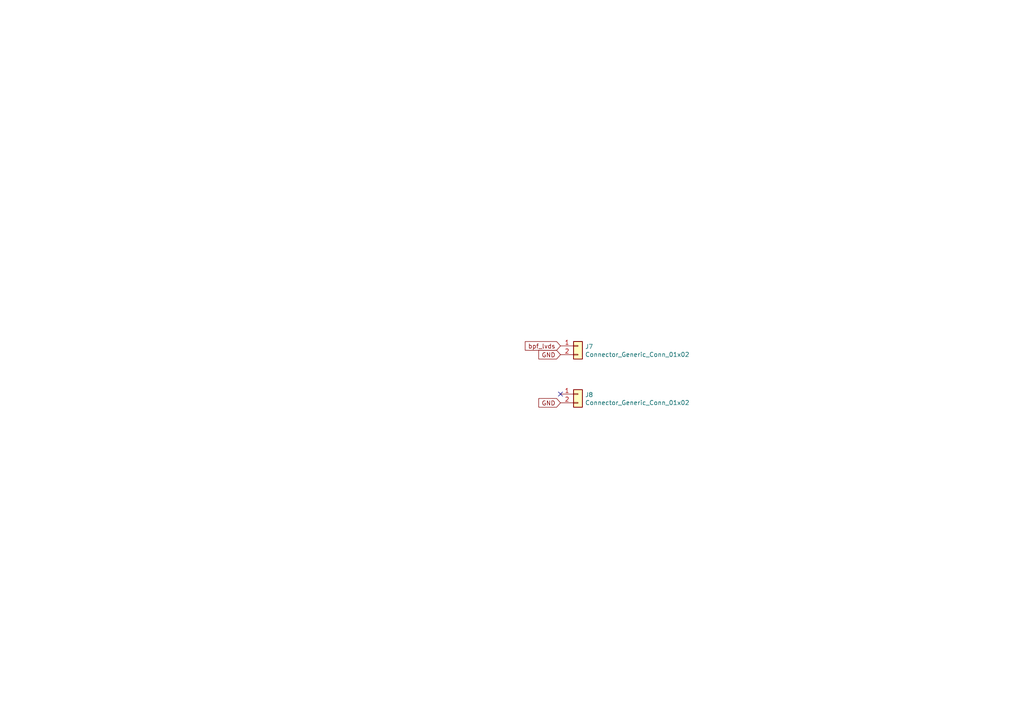
<source format=kicad_sch>
(kicad_sch (version 20211123) (generator eeschema)
  (paper "A4")
  (lib_symbols
    (symbol "bgt:Connector_Generic_Conn_01x02" (pin_names (offset 1.016) hide)
      (property "Reference" "J" (at 0 2.54 0))
      (property "Value" "bgt_Connector_Generic_Conn_01x02" (at 0 -5.08 0))
      (symbol "Connector_Generic_Conn_01x02_1_1"
        (rectangle (start -1.27 -2.413) (end 0 -2.667) (stroke (width 0.1524)))
        (rectangle (start -1.27 0.127) (end 0 -0.127) (stroke (width 0.1524)))
        (rectangle (start -1.27 1.27) (end 1.27 -3.81) (stroke (width 0.254)) (fill (type background)))
        (pin passive line (at -5.08 0 0) (length 3.81) (name "Pin_1") (number "1"))
        (pin passive line (at -5.08 -2.54 0) (length 3.81) (name "Pin_2") (number "2"))
      )
    )
  )
  (no_connect (at 162.56 114.3))
  (global_label "GND" (shape input) (at 162.56 116.84 180) (property "Intersheet References" "${INTERSHEET_REFS}" (effects hide)))
  (global_label "GND" (shape input) (at 162.56 102.87 180) (property "Intersheet References" "${INTERSHEET_REFS}" (effects hide)))
  (global_label "bpf_lvds" (shape input) (at 162.56 100.33 180) (property "Intersheet References" "${INTERSHEET_REFS}" (effects hide)))
  (symbol (lib_id "bgt:Connector_Generic_Conn_01x02") (at 167.64 114.3 0) (unit 1)
    (property "Reference" "J8" (at 169.672 114.5032 0) (effects (justify left)))
    (property "Value" "Connector_Generic_Conn_01x02" (at 169.672 116.8146 0) (effects (justify left)))
    (property "Footprint" "Connector_PinHeader_2.54mm:PinHeader_1x02_P2.54mm_Vertical" (effects hide))
  )
  (symbol (lib_id "bgt:Connector_Generic_Conn_01x02") (at 167.64 100.33 0) (unit 1)
    (property "Reference" "J7" (at 169.672 100.5332 0) (effects (justify left)))
    (property "Value" "Connector_Generic_Conn_01x02" (at 169.672 102.8446 0) (effects (justify left)))
    (property "Footprint" "Connector_PinHeader_2.54mm:PinHeader_1x02_P2.54mm_Vertical" (effects hide))
  )
)
</source>
